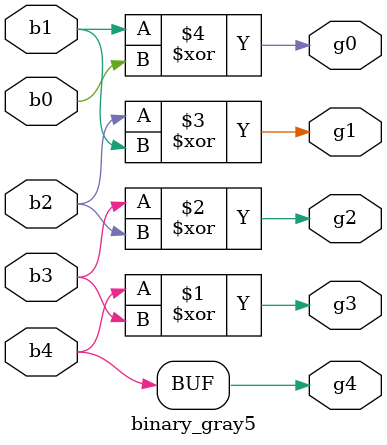
<source format=v>
`timescale 1ns / 1ps


module binary_gray5(
input b4,b3,b2,b1,b0,
output g4,g3,g2,g1,g0);

assign g4=b4;
assign g3=b4^b3;
assign g2=b3^b2;
assign g1=b2^b1;
assign g0=b1^b0;


endmodule

</source>
